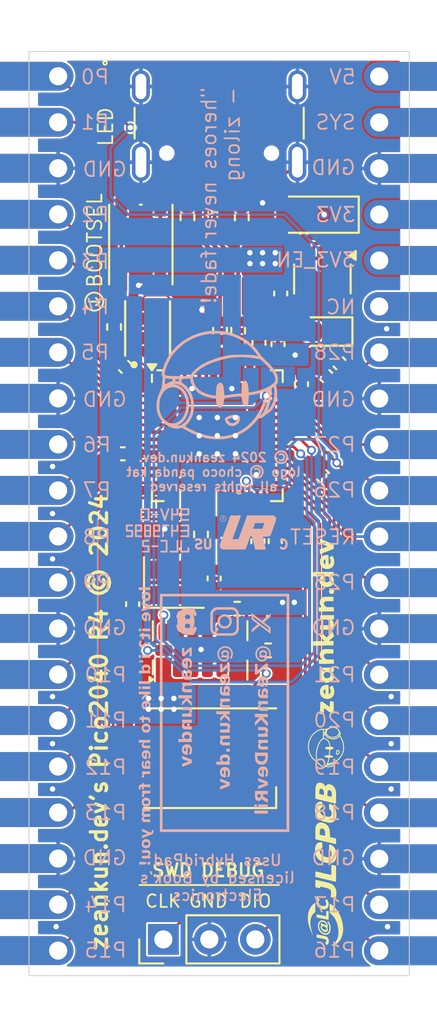
<source format=kicad_pcb>
(kicad_pcb (version 20241229) (generator "pcbnew") (generator_version "9.0")
  (layers (0 "F.Cu" signal) (2 "B.Cu" signal) (13 "F.Paste" user) (15 "B.Paste" user) (5 "F.SilkS" user "F.Silkscreen") (7 "B.SilkS" user "B.Silkscreen") (1 "F.Mask" user) (3 "B.Mask" user) (25 "Edge.Cuts" user))
  (net 0 "")
  (net 1 "GND")
  (net 2 "+3V3")
  (net 3 "+1V1")
  (net 4 "/XO")
  (net 5 "/XI")
  (net 6 "Net-(U3-BP)")
  (net 7 "VBUS")
  (net 8 "SYS")
  (net 10 "/NEOPIXEL_DIN")
  (net 11 "/P25")
  (net 13 "/USB_DM")
  (net 14 "/USB_DP")
  (net 16 "Net-(J1-CC1)")
  (net 17 "Net-(J1-CC2)")
  (net 18 "/DEBUG_DAT")
  (net 19 "/DEBUG_CLK")
  (net 20 "/P4")
  (net 21 "/P0")
  (net 22 "/P13")
  (net 23 "/P2")
  (net 24 "/P10")
  (net 25 "/P14")
  (net 26 "/P9")
  (net 27 "/P15")
  (net 28 "/P11")
  (net 29 "/P6")
  (net 30 "/P8")
  (net 31 "/P3")
  (net 32 "/P1")
  (net 33 "/P5")
  (net 34 "/P7")
  (net 35 "/P12")
  (net 36 "/RESET")
  (net 37 "/P20")
  (net 38 "/P18")
  (net 39 "/P19")
  (net 40 "/P16")
  (net 41 "/P21")
  (net 42 "/P26")
  (net 43 "/P28")
  (net 44 "/P17")
  (net 45 "Net-(U1-USB_DP)")
  (net 46 "Net-(U1-USB_DM)")
  (net 47 "/FLASH_CS")
  (net 48 "Net-(R3-Pad1)")
  (net 49 "Net-(U1-XOUT)")
  (net 50 "Net-(U4-SDO{slash}ADDR)")
  (net 51 "Net-(U4-~{CS})")
  (net 53 "/FLASH_D1")
  (net 54 "/FLASH_D0")
  (net 55 "/GYRO_SDA")
  (net 56 "/FLASH_D3")
  (net 57 "/FLASH_D2")
  (net 58 "/FLASH_CLK")
  (net 59 "/GYRO_SCL")
  (net 67 "/P27")
  (footprint "Capacitor_SMD:C_0402_1005Metric" (layer "F.Cu") (at 83.9 43.35 90)
    (property "Reference" "C14" (hide yes))
    (property "Value" "470pF")
  )
  (footprint "SMD-TH-Connector:Conn_01x20_2.54mm" (layer "F.Cu") (at 71.61 54.22)
    (property "Reference" "J3" (hide yes))
    (property "Value" "HybridPad_1x20")
  )
  (footprint "Package_DFN_QFN:QFN-56-1EP_7x7mm_P0.4mm_EP3.2x3.2mm" (layer "F.Cu") (at 80.4 51.2)
    (property "Reference" "U1" (hide yes))
    (property "Value" "RP2040")
  )
  (footprint "Resistor_SMD:R_0402_1005Metric" (layer "F.Cu") (at 80.55 45.4 -90)
    (property "Reference" "R1" (hide yes))
    (property "Value" "200")
  )
  (footprint "Package_TO_SOT_SMD:SOT-23-5" (layer "F.Cu") (at 86.2 42.55 -90)
    (property "Reference" "U3" (hide yes))
    (property "Value" "MIC5205-3.3YM5")
  )
  (footprint "LOGO" (layer "F.Cu") (at 86.4 63.2 90)
    (property "Reference" "G***" (hide yes))
    (property "Value" "LOGO" (hide yes))
  )
  (footprint "Capacitor_SMD:C_0402_1005Metric" (layer "F.Cu") (at 75.3 47.4 135)
    (property "Reference" "C1" (hide yes))
    (property "Value" "100n")
  )
  (footprint "Capacitor_SMD:C_0402_1005Metric" (layer "F.Cu") (at 82.7 46.08 90)
    (property "Reference" "C11" (hide yes))
    (property "Value" "1u")
  )
  (footprint "Diode_SMD:D_SOD-123F" (layer "F.Cu") (at 86 39 180)
    (property "Reference" "D1" (hide yes))
    (property "Value" "D_Schottky")
  )
  (footprint "Button_Switch_SMD:SW_Push_1P1T_NO_Vertical_Wuerth_434133025816" (layer "F.Cu") (at 76.175 40.65 -90)
    (property "Reference" "SW1" (hide yes))
    (property "Value" "434133025816")
  )
  (footprint "Resistor_SMD:R_0402_1005Metric" (layer "F.Cu") (at 81.55 45.4 -90)
    (property "Reference" "R2" (hide yes))
    (property "Value" "200")
  )
  (footprint "Capacitor_SMD:C_0402_1005Metric" (layer "F.Cu") (at 85.05 48.35 -90)
    (property "Reference" "C6" (hide yes))
    (property "Value" "100n")
  )
  (footprint "Resistor_SMD:R_0402_1005Metric" (layer "F.Cu") (at 74.7 45.2 -90)
    (property "Reference" "R3" (hide yes))
    (property "Value" "1k")
  )
  (footprint "Capacitor_SMD:C_0402_1005Metric" (layer "F.Cu") (at 86.410589 47.910589 -45)
    (property "Reference" "C7" (hide yes))
    (property "Value" "100n")
  )
  (footprint "Capacitor_SMD:C_0402_1005Metric" (layer "F.Cu") (at 83.75 46.15 90)
    (property "Reference" "C8" (hide yes))
    (property "Value" "1u")
  )
  (footprint "Capacitor_SMD:C_0402_1005Metric" (layer "F.Cu") (at 75.18 52.2 180)
    (property "Reference" "C2" (hide yes))
    (property "Value" "100n")
  )
  (footprint "Capacitor_SMD:C_0402_1005Metric" (layer "F.Cu") (at 87.15 47.2 -45)
    (property "Reference" "C5" (hide yes))
    (property "Value" "100n")
  )
  (footprint "Resistor_SMD:R_0402_1005Metric" (layer "F.Cu") (at 79.5 56.65 90)
    (property "Reference" "R5" (hide yes))
    (property "Value" "1k")
  )
  (footprint "Package_LGA:LGA-14_3x5mm_P0.8mm_LayoutBorder1x6y" (layer "F.Cu") (at 79.45 63.05 90)
    (property "Reference" "U4" (hide yes))
    (property "Value" "ADXL343")
  )
  (footprint "Capacitor_SMD:C_0402_1005Metric" (layer "F.Cu") (at 82.637502 57.025 -90)
    (property "Reference" "C10" (hide yes))
    (property "Value" "100n")
  )
  (footprint "Resistor_SMD:R_0402_1005Metric" (layer "F.Cu") (at 83.199999 63.05 180)
    (property "Reference" "R9" (hide yes))
    (property "Value" "10k")
  )
  (footprint "Resistor_SMD:R_0402_1005Metric" (layer "F.Cu") (at 81.75 39.16 -90)
    (property "Reference" "R6" (hide yes))
    (property "Value" "5.1k")
  )
  (footprint "LED_SMD:LED_0402_1005Metric" (layer "F.Cu") (at 74.2 31.715 -90)
    (property "Reference" "D3" (hide yes))
    (property "Value" "BLUE")
  )
  (footprint "Connector_USB:USB_C_Receptacle_GCT_USB4105-xx-A_16P_TopMnt_Horizontal" (layer "F.Cu") (at 80.5 33 180)
    (property "Reference" "J1" (hide yes))
    (property "Value" "USB_C_Receptacle_USB2.0_16P")
  )
  (footprint "Capacitor_SMD:C_0402_1005Metric" (layer "F.Cu") (at 86.239411 53.439411 -45)
    (property "Reference" "C4" (hide yes))
    (property "Value" "100n")
  )
  (footprint "LOGO" (layer "F.Cu") (at 86.4 74.8 90)
    (property "Reference" "G***" (hide yes))
    (property "Value" "LOGO" (hide yes))
  )
  (footprint "Capacitor_SMD:C_0402_1005Metric" (layer "F.Cu") (at 83.6 57.02 -90)
    (property "Reference" "C9" (hide yes))
    (property "Value" "100n")
  )
  (footprint "Capacitor_SMD:C_0402_1005Metric" (layer "F.Cu") (at 80.225 59.08 -90)
    (property "Reference" "C13" (hide yes))
    (property "Value" "15pF")
  )
  (footprint "8-USON:8-USON-2X3" (layer "F.Cu") (at 76.55 45.23 90)
    (property "Reference" "U2" (hide yes))
    (property "Value" "W25Q32JVSS")
  )
  (footprint "Capacitor_Tantalum_SMD:CP_EIA-1608-08_AVX-J" (layer "F.Cu") (at 86.35 45.45 180)
    (property "Reference" "C15" (hide yes))
    (property "Value" "2.2pF")
  )
  (footprint "Resistor_SMD:R_0402_1005Metric" (layer "F.Cu") (at 81.5 60.75 180)
    (property "Reference" "R8" (hide yes))
    (property "Value" "10k")
  )
  (footprint "Capacitor_SMD:C_0402_1005Metric" (layer "F.Cu") (at 75.725 60.5 -90)
    (property "Reference" "C12" (hide yes))
    (property "Value" "15pF")
  )
  (footprint "LED_SMD:LED_WS2812B_PLCC4_5.0x5.0mm_P3.2mm" (layer "F.Cu") (at 80 69)
    (property "Reference" "D2" (hide yes))
    (property "Value" "WS2812B")
  )
  (footprint "Capacitor_SMD:C_0402_1005Metric" (layer "F.Cu") (at 80.95 56.65 -45)
    (property "Reference" "C3" (hide yes))
    (property "Value" "100n")
  )
  (footprint "Resistor_SMD:R_0402_1005Metric" (layer "F.Cu") (at 78.75 39.15 -90)
    (property "Reference" "R7" (hide yes))
    (property "Value" "5.1k")
  )
  (footprint "Crystal:Crystal_SMD_2520-4Pin_2.5x2.0mm" (layer "F.Cu") (at 78 59.3)
    (property "Reference" "Y1" (hide yes))
    (property "Value" "12MHz")
  )
  (footprint "Connector_PinHeader_2.54mm:PinHeader_1x03_P2.54mm_Vertical" (layer "F.Cu") (at 77.42 79 90)
    (property "Reference" "J2" (hide yes))
    (property "Value" "Conn_01x03")
  )
  (footprint "LOGO" (layer "B.Cu") (at 82.8 61.55 -90)
    (property "Reference" "G***" (hide yes))
    (property "Value" "LOGO" (hide yes))
  )
  (footprint "LOGO" (layer "B.Cu") (at 82.09 56.54 180)
    (property "Reference" "G***" (hide yes))
    (property "Value" "LOGO" (hide yes))
  )
  (footprint "LOGO" (layer "B.Cu") (at 78.7 61.45 -90)
    (property "Reference" "G***" (hide yes))
    (property "Value" "LOGO" (hide yes))
  )
  (footprint "LOGO" (layer "B.Cu") (at 80.4 48.4 180)
    (property "Reference" "G***" (hide yes))
    (property "Value" "LOGO" (hide yes))
  )
  (footprint "SMD-TH-Connector:Conn_01x20_2.54mm" (layer "B.Cu") (at 89.34 54.23 180)
    (property "Reference" "J4" (hide yes))
    (property "Value" "HybridPad_1x20")
  )
  (footprint "LOGO" (layer "B.Cu") (at 80.8 61.45 -90)
    (property "Reference" "G***" (hide yes))
    (property "Value" "LOGO" (hide yes))
  )
  (gr_circle (center 73.6 43.8) (end 74.1 43.8) (stroke (width 0.1)) (fill no) (layer "F.SilkS"))
  (gr_line (start 73.3 43.8) (end 73.9 43.8) (stroke (width 0.1)) (layer "F.SilkS"))
  (gr_line (start 73.9 43.8) (end 73.7 44) (stroke (width 0.1)) (layer "F.SilkS"))
  (gr_line (start 76.1 76) (end 83.8 76) (stroke (width 0.1)) (layer "F.SilkS"))
  (gr_line (start 73.7 43.6) (end 73.9 43.8) (stroke (width 0.1)) (layer "F.SilkS"))
  (gr_line (start 73.9 43.8) (end 73.7 43.6) (stroke (width 0.1)) (layer "F.SilkS"))
  (gr_line (start 77.2 56.75) (end 76.9 56.75) (stroke (width 0.1)) (layer "B.SilkS"))
  (gr_line (start 77.6 57.6) (end 77.6 57) (stroke (width 0.1)) (layer "B.SilkS"))
  (gr_line (start 78.2 57) (end 78.2 57.6) (stroke (width 0.1)) (layer "B.SilkS"))
  (gr_line (start 76.3 57.3) (end 76.6 57.3) (stroke (width 0.1)) (layer "B.SilkS"))
  (gr_line (start 76.7 56.15) (end 76.7 56.75) (stroke (width 0.1)) (layer "B.SilkS"))
  (gr_line (start 78.2 56.15) (end 78.2 56.45) (stroke (width 0.1)) (layer "B.SilkS"))
  (gr_line (start 76.2 56.75) (end 75.9 56.75) (stroke (width 0.1)) (layer "B.SilkS"))
  (gr_line (start 78.8 57.6) (end 78.8 57.4) (stroke (width 0.1)) (layer "B.SilkS"))
  (gr_line (start 78.4 55.85) (end 78.4 55.25) (stroke (width 0.1)) (layer "B.SilkS"))
  (gr_line (start 78.8 56.75) (end 78.4 56.75) (stroke (width 0.1)) (layer "B.SilkS"))
  (gr_line (start 78.8 55.55) (end 78.4 55.55) (stroke (width 0.1)) (layer "B.SilkS"))
  (gr_line (start 77.9 56.15) (end 77.9 56.75) (stroke (width 0.1)) (layer "B.SilkS"))
  (gr_line (start 77.6 57) (end 77.3 57) (stroke (width 0.1)) (layer "B.SilkS"))
  (gr_line (start 76.2 56.45) (end 75.9 56.45) (stroke (width 0.1)) (layer "B.SilkS"))
  (gr_line (start 75.9 56.15) (end 76.2 56.15) (stroke (width 0.1)) (layer "B.SilkS"))
  (gr_line (start 76.6 55.85) (end 76.2 55.85) (stroke (width 0.1)) (layer "B.SilkS"))
  (gr_line (start 78.4 55.25) (end 78.8 55.25) (stroke (width 0.1)) (layer "B.SilkS"))
  (gr_line (start 84.299999 73) (end 77.3 73) (stroke (width 0.15)) (layer "B.SilkS"))
  (gr_line (start 78.4 57) (end 78.4 57.6) (stroke (width 0.1)) (layer "B.SilkS"))
  (gr_line (start 76.9 56.15) (end 77.2 56.15) (stroke (width 0.1)) (layer "B.SilkS"))
  (gr_line (start 78.8 56.15) (end 78.4 56.15) (stroke (width 0.1)) (layer "B.SilkS"))
  (gr_line (start 77.5 55.85) (end 77.3 55.25) (stroke (width 0.1)) (layer "B.SilkS"))
  (gr_line (start 77.1 55.55) (end 76.8 55.55) (stroke (width 0.1)) (layer "B.SilkS"))
  (gr_line (start 76.7 56.45) (end 76.4 56.45) (stroke (width 0.1)) (layer "B.SilkS"))
  (gr_line (start 76.9 56.75) (end 76.9 56.15) (stroke (width 0.1)) (layer "B.SilkS"))
  (gr_line (start 76.2 56.15) (end 76.2 56.45) (stroke (width 0.1)) (layer "B.SilkS"))
  (gr_line (start 77.3 60) (end 84.299999 60) (stroke (width 0.15)) (layer "B.SilkS"))
  (gr_line (start 76.4 56.75) (end 76.4 56.15) (stroke (width 0.1)) (layer "B.SilkS"))
  (gr_line (start 75.9 56.75) (end 75.9 56.15) (stroke (width 0.1)) (layer "B.SilkS"))
  (gr_line (start 78.2 55.25) (end 78.2 55.55) (stroke (width 0.1)) (layer "B.SilkS"))
  (gr_line (start 77.9 55.25) (end 77.9 55.85) (stroke (width 0.1)) (layer "B.SilkS"))
  (gr_line (start 77.2 56.15) (end 77.2 56.45) (stroke (width 0.1)) (layer "B.SilkS"))
  (gr_line (start 77.4 56.15) (end 77.4 56.75) (stroke (width 0.1)) (layer "B.SilkS"))
  (gr_line (start 76.6 55.25) (end 76.6 55.85) (stroke (width 0.1)) (layer "B.SilkS"))
  (gr_line (start 76.3 57) (end 76.3 57.3) (stroke (width 0.1)) (layer "B.SilkS"))
  (gr_line (start 75.7 56.15) (end 75.4 56.15) (stroke (width 0.1)) (layer "B.SilkS"))
  (gr_line (start 76.6 57) (end 76.3 57) (stroke (width 0.1)) (layer "B.SilkS"))
  (gr_line (start 77.3 73) (end 77.3 60) (stroke (width 0.15)) (layer "B.SilkS"))
  (gr_line (start 77.1 57.3) (end 76.8 57.3) (stroke (width 0.1)) (layer "B.SilkS"))
  (gr_line (start 78.8 56.15) (end 78.8 56.75) (stroke (width 0.1)) (layer "B.SilkS"))
  (gr_line (start 75.7 56.75) (end 75.4 56.75) (stroke (width 0.1)) (layer "B.SilkS"))
  (gr_line (start 78.8 56.45) (end 78.4 56.45) (stroke (width 0.1)) (layer "B.SilkS"))
  (gr_line (start 77.2 56.45) (end 76.9 56.45) (stroke (width 0.1)) (layer "B.SilkS"))
  (gr_line (start 77.9 55.55) (end 77.9 55.25) (stroke (width 0.1)) (layer "B.SilkS"))
  (gr_line (start 77.7 55.25) (end 77.5 55.85) (stroke (width 0.1)) (layer "B.SilkS"))
  (gr_line (start 76.6 57.3) (end 76.6 57.6) (stroke (width 0.1)) (layer "B.SilkS"))
  (gr_line (start 76.6 57.6) (end 76.3 57.6) (stroke (width 0.1)) (layer "B.SilkS"))
  (gr_line (start 76.2 55.25) (end 76.6 55.25) (stroke (width 0.1)) (layer "B.SilkS"))
  (gr_line (start 78.8 55.85) (end 78.4 55.85) (stroke (width 0.1)) (layer "B.SilkS"))
  (gr_line (start 76.7 56.75) (end 76.4 56.75) (stroke (width 0.1)) (layer "B.SilkS"))
  (gr_line (start 78.2 57.6) (end 77.8 57.6) (stroke (width 0.1)) (layer "B.SilkS"))
  (gr_line (start 78.2 55.55) (end 77.9 55.55) (stroke (width 0.1)) (layer "B.SilkS"))
  (gr_line (start 77.9 56.45) (end 77.9 56.15) (stroke (width 0.1)) (layer "B.SilkS"))
  (gr_line (start 76.2 55.85) (end 76.2 55.25) (stroke (width 0.1)) (layer "B.SilkS"))
  (gr_line (start 78.4 57.6) (end 78.8 57.6) (stroke (width 0.1)) (layer "B.SilkS"))
  (gr_line (start 84.299999 60) (end 84.299999 73) (stroke (width 0.15)) (layer "B.SilkS"))
  (gr_line (start 78.2 56.45) (end 77.9 56.45) (stroke (width 0.1)) (layer "B.SilkS"))
  (gr_line (start 75.4 56.45) (end 75.7 56.45) (stroke (width 0.1)) (layer "B.SilkS"))
  (gr_line (start 77.7 56.15) (end 77.4 56.15) (stroke (width 0.1)) (layer "B.SilkS"))
  (gr_line (start 76.4 56.15) (end 76.7 56.15) (stroke (width 0.1)) (layer "B.SilkS"))
  (gr_line (start 75.4 56.15) (end 75.4 56.45) (stroke (width 0.1)) (layer "B.SilkS"))
  (gr_line (start 77.6 57.6) (end 77.3 57.6) (stroke (width 0.1)) (layer "B.SilkS"))
  (gr_line (start 75.7 56.45) (end 75.7 56.75) (stroke (width 0.1)) (layer "B.SilkS"))
  (gr_line (start 78.8 55.25) (end 78.8 55.55) (stroke (width 0.1)) (layer "B.SilkS"))
  (gr_rect (start 70 30) (end 91 81) (stroke (width 0.05)) (fill no) (layer "Edge.Cuts"))
  (gr_text "CLK" (at 77.4 77.3 0) (layer "F.SilkS") (effects (font (size 0.7 0.7) (thickness 0.1)) (justify bottom)))
  (gr_text "LED" (at 74.7 35.3 90) (layer "F.SilkS") (effects (font (size 0.8 0.8) (thickness 0.1)) (justify left bottom)))
  (gr_text "SWD DEBUG" (at 79.9 75.6 0) (layer "F.SilkS") (effects (font (size 0.7 0.7) (thickness 0.14) (bold yes)) (justify bottom)))
  (gr_text "BOOTSEL" (at 74.1 43.1 90) (layer "F.SilkS") (effects (font (size 0.8 0.8) (thickness 0.1)) (justify left bottom)))
  (gr_text "zeankun.dev's Pico2040 R4 ©️ 2024" (at 74.4 79.7 90) (layer "F.SilkS") (effects (font (size 0.9 0.9) (thickness 0.18) (bold yes)) (justify left bottom)))
  (gr_text "GND" (at 79.9 77.3 0) (layer "F.SilkS") (effects (font (size 0.7 0.7) (thickness 0.1)) (justify bottom)))
  (gr_text "DIO" (at 82.5 77.3 0) (layer "F.SilkS") (effects (font (size 0.7 0.7) (thickness 0.1)) (justify bottom)))
  (gr_text "SYS" (at 88.1 33.9 0) (layer "B.SilkS") (effects (font (size 0.8 0.8) (thickness 0.1)) (justify left mirror)))
  (gr_text "3V3_EN" (at 88.1 41.5 0) (layer "B.SilkS") (effects (font (size 0.8 0.8) (thickness 0.1)) (justify left mirror)))
  (gr_text "P6" (at 72.9 51.7 0) (layer "B.SilkS") (effects (font (size 0.8 0.8) (thickness 0.1)) (justify right mirror)))
  (gr_text "P3" (at 72.8 41.6 0) (layer "B.SilkS") (effects (font (size 0.8 0.8) (thickness 0.1)) (justify right mirror)))
  (gr_text "P10" (at 73 64.4 0) (layer "B.SilkS") (effects (font (size 0.8 0.8) (thickness 0.1)) (justify right mirror)))
  (gr_text "love it? i'd like to hear from you!" (at 76.8 59.5 90) (layer "B.SilkS") (effects (font (size 0.6 0.6) (thickness 0.15) (bold yes)) (justify left bottom mirror)))
  (gr_text "P20" (at 88.1 66.9 0) (layer "B.SilkS") (effects (font (size 0.8 0.8) (thickness 0.1)) (justify left mirror)))
  (gr_text "P5" (at 72.8 46.6 0) (layer "B.SilkS") (effects (font (size 0.8 0.8) (thickness 0.1)) (justify right mirror)))
  (gr_text "GND" (at 88.1 49.2 0) (layer "B.SilkS") (effects (font (size 0.8 0.8) (thickness 0.1)) (justify left mirror)))
  (gr_text "P28" (at 88.1 46.6 0) (layer "B.SilkS") (effects (font (size 0.8 0.8) (thickness 0.1)) (justify left mirror)))
  (gr_text "GND" (at 72.9 49.2 0) (layer "B.SilkS") (effects (font (size 0.8 0.8) (thickness 0.1)) (justify right mirror)))
  (gr_text "P2" (at 72.8 39 0) (layer "B.SilkS") (effects (font (size 0.8 0.8) (thickness 0.1)) (justify right mirror)))
  (gr_text "P17" (at 88.1 77.1 0) (layer "B.SilkS") (effects (font (size 0.8 0.8) (thickness 0.1)) (justify left mirror)))
  (gr_text "P8" (at 72.9 56.8 0) (layer "B.SilkS") (effects (font (size 0.8 0.8) (thickness 0.1)) (justify right mirror)))
  (gr_text "P21" (at 88.1 64.4 0) (layer "B.SilkS") (effects (font (size 0.8 0.8) (thickness 0.1)) (justify left mirror)))
  (gr_text "3V3" (at 88.1 39 0) (layer "B.SilkS") (effects (font (size 0.8 0.8) (thickness 0.1)) (justify left mirror)))
  (gr_text "P1" (at 72.8 33.9 0) (layer "B.SilkS") (effects (font (size 0.8 0.8) (thickness 0.1)) (justify right mirror)))
  (gr_text "zeankundev" (at 78.7 62.85 90) (layer "B.SilkS") (effects (font (size 0.7 0.7) (thickness 0.14) (bold yes)) (justify left mirror)))
  (gr_text "P25" (at 88.1 59.3 0) (layer "B.SilkS") (effects (font (size 0.8 0.8) (thickness 0.1)) (justify left mirror)))
  (gr_text "GND" (at 88.1 36.4 0) (layer "B.SilkS") (effects (font (size 0.8 0.8) (thickness 0.1)) (justify left mirror)))
  (gr_text "Uses HybridPad\nlicensed by Book's\nElectronics" (at 80.4 75.6 0) (layer "B.SilkS") (effects (font (size 0.6 0.6) (thickness 0.1)) (justify mirror)))
  (gr_text "GND" (at 72.9 74.5 0) (layer "B.SilkS") (effects (font (size 0.8 0.8) (thickness 0.1)) (justify right mirror)))
  (gr_text "P7" (at 72.9 54.2 0) (layer "B.SilkS") (effects (font (size 0.8 0.8) (thickness 0.1)) (justify right mirror)))
  (gr_text "GND" (at 72.9 61.8 0) (layer "B.SilkS") (effects (font (size 0.8 0.8) (thickness 0.1)) (justify right mirror)))
  (gr_text "GND" (at 88.1 61.8 0) (layer "B.SilkS") (effects (font (size 0.8 0.8) (thickness 0.1)) (justify left mirror)))
  (gr_text "C" (at 84.4 57.5 0) (layer "B.SilkS") (effects (font (size 0.5 0.5) (thickness 0.125)) (justify left bottom mirror)))
  (gr_text "P18" (at 88.1 72 0) (layer "B.SilkS") (effects (font (size 0.8 0.8) (thickness 0.1)) (justify left mirror)))
  (gr_text "P26" (at 88.1 54.2 0) (layer "B.SilkS") (effects (font (size 0.8 0.8) (thickness 0.1)) (justify left mirror)))
  (gr_text "P19" (at 88.1 69.5 0) (layer "B.SilkS") (effects (font (size 0.8 0.8) (thickness 0.1)) (justify left mirror)))
  (gr_text "P16" (at 88.1 79.6 0) (layer "B.SilkS") (effects (font (size 0.8 0.8) (thickness 0.1)) (justify left mirror)))
  (gr_text "©️ 2024 zeankun.dev.\nlogo ©️ choco panda kat\nall rights reserved" (at 80.2 54.3 0) (layer "B.SilkS") (effects (font (size 0.5 0.5) (thickness 0.1)) (justify bottom mirror)))
  (gr_text "{dblquote}heroes never fade!{dblquote}\n- zilong" (at 81.7 31.9 90) (layer "B.SilkS") (effects (font (size 0.8 0.8) (thickness 0.1)) (justify left bottom mirror)))
  (gr_text "GND" (at 72.9 36.5 0) (layer "B.SilkS") (effects (font (size 0.8 0.8) (thickness 0.1)) (justify right mirror)))
  (gr_text "RESET" (at 88.1 56.8 0) (layer "B.SilkS") (effects (font (size 0.8 0.8) (thickness 0.1)) (justify left mirror)))
  (gr_text "P11" (at 73 66.9 0) (layer "B.SilkS") (effects (font (size 0.8 0.8) (thickness 0.1)) (justify right mirror)))
  (gr_text "@ZeanKunDevRil" (at 82.899999 62.75 90) (layer "B.SilkS") (effects (font (size 0.7 0.7) (thickness 0.14) (bold yes)) (justify left mirror)))
  (gr_text "US" (at 80.21 57.49 0) (layer "B.SilkS") (effects (font (size 0.5 0.5) (thickness 0.125)) (justify left bottom mirror)))
  (gr_text "P4" (at 72.8 44.1 0) (layer "B.SilkS") (effects (font (size 0.8 0.8) (thickness 0.1)) (justify right mirror)))
  (gr_text "P14" (at 73 77.1 0) (layer "B.SilkS") (effects (font (size 0.8 0.8) (thickness 0.1)) (justify right mirror)))
  (gr_text "NC" (at 88.1 44.1 0) (layer "B.SilkS") (effects (font (size 0.8 0.8) (thickness 0.1)) (justify left mirror)))
  (gr_text "P13" (at 73 72 0) (layer "B.SilkS") (effects (font (size 0.8 0.8) (thickness 0.1)) (justify right mirror)))
  (gr_text "P27" (at 88.1 51.7 0) (layer "B.SilkS") (effects (font (size 0.8 0.8) (thickness 0.1)) (justify left mirror)))
  (gr_text "P0" (at 72.8 31.4 0) (layer "B.SilkS") (effects (font (size 0.8 0.8) (thickness 0.1)) (justify right mirror)))
  (gr_text "GND" (at 88.1 74.5 0) (layer "B.SilkS") (effects (font (size 0.8 0.8) (thickness 0.1)) (justify left mirror)))
  (gr_text "P12" (at 73 69.5 0) (layer "B.SilkS") (effects (font (size 0.8 0.8) (thickness 0.1)) (justify right mirror)))
  (gr_text "5V" (at 88.1 31.4 0) (layer "B.SilkS") (effects (font (size 0.8 0.8) (thickness 0.1)) (justify left mirror)))
  (gr_text "@zeankun.dev" (at 80.8 62.75 90) (layer "B.SilkS") (effects (font (size 0.7 0.7) (thickness 0.14) (bold yes)) (justify left mirror)))
  (gr_text "P15" (at 73 79.6 0) (layer "B.SilkS") (effects (font (size 0.8 0.8) (thickness 0.1)) (justify right mirror)))
  (gr_text "P9" (at 72.9 59.3 0) (layer "B.SilkS") (effects (font (size 0.8 0.8) (thickness 0.1)) (justify right mirror)))
  (segment (start 76.625 58.293554) (end 76.625 58.55) (width 0.15) (layer "F.Cu") (net 1))
  (segment (start 84.245 36.68) (end 84.82 36.105) (width 0.15) (layer "F.Cu") (net 1))
  (segment (start 83.7 36.68) (end 84.245 36.68) (width 0.15) (layer "F.Cu") (net 1))
  (via (at 71.3 58) (size 0.5) (drill 0.3) (layers "F.Cu" "B.Cu") (net 1))
  (via (at 79.55 44.25) (size 0.5) (drill 0.3) (layers "F.Cu" "B.Cu") (net 1))
  (via (at 90 68.2) (size 0.5) (drill 0.3) (layers "F.Cu" "B.Cu") (net 1))
  (via (at 80.4 50.2) (size 0.5) (drill 0.3) (layers "F.Cu" "B.Cu") (net 1))
  (via (at 71.3 68.2) (size 0.5) (drill 0.3) (layers "F.Cu" "B.Cu") (net 1))
  (via (at 79.4 50.2) (size 0.5) (drill 0.3) (layers "F.Cu" "B.Cu") (net 1))
  (via (at 80.4 51.2) (size 0.5) (drill 0.3) (layers "F.Cu" "B.Cu") (net 1))
  (via (at 89.75 45.3) (size 0.5) (drill 0.3) (layers "F.Cu" "B.Cu") (net 1))
  (via (at 90 70.7) (size 0.5) (drill 0.3) (layers "F.Cu" "B.Cu") (net 1))
  (via (at 79.4 52.2) (size 0.5) (drill 0.3) (layers "F.Cu" "B.Cu") (net 1))
  (via (at 81.4 52.2) (size 0.5) (drill 0.3) (layers "F.Cu" "B.Cu") (net 1))
  (via (at 71.5 78.3) (size 0.5) (drill 0.3) (layers "F.Cu" "B.Cu") (net 1))
  (via (at 81.4 50.2) (size 0.5) (drill 0.3) (layers "F.Cu" "B.Cu") (net 1))
  (via (at 90 65.6) (size 0.5) (drill 0.3) (layers "F.Cu" "B.Cu") (net 1))
  (via (at 80.4 52.2) (size 0.5) (drill 0.3) (layers "F.Cu" "B.Cu") (net 1))
  (via (at 71.3 52.9) (size 0.5) (drill 0.3) (layers "F.Cu" "B.Cu") (net 1))
  (via (at 81.4 51.2) (size 0.5) (drill 0.3) (layers "F.Cu" "B.Cu") (net 1))
  (via (at 71.3 65.6) (size 0.5) (drill 0.3) (layers "F.Cu" "B.Cu") (net 1))
  (via (at 77.5 56.35) (size 0.5) (drill 0.3) (layers "F.Cu" "B.Cu") (net 1))
  (via (at 82.9 38.35) (size 0.5) (drill 0.3) (layers "F.Cu" "B.Cu") (net 1))
  (via (at 79.4 51.2) (size 0.5) (drill 0.3) (layers "F.Cu" "B.Cu") (net 1))
  (via (at 89.8 78.3) (size 0.5) (drill 0.3) (layers "F.Cu" "B.Cu") (net 1))
  (via (at 79.5 63) (size 0.5) (drill 0.3) (layers "F.Cu" "B.Cu") (net 1))
  (via (at 71.3 55.5) (size 0.5) (drill 0.3) (layers "F.Cu" "B.Cu") (net 1))
  (via (at 71.3 70.7) (size 0.5) (drill 0.3) (layers "F.Cu" "B.Cu") (net 1))
  (via (at 82.55 53.35) (size 0.5) (drill 0.3) (layers "F.Cu" "B.Cu") (net 2))
  (via (at 79 48.6) (size 0.5) (drill 0.3) (layers "F.Cu" "B.Cu") (net 2))
  (via (at 76.05 42.9) (size 0.5) (drill 0.3) (layers "F.Cu" "B.Cu") (net 2))
  (via (at 84.7 46.75) (size 0.5) (drill 0.3) (layers "F.Cu" "B.Cu") (net 2))
  (via (at 84.65 60.4) (size 0.5) (drill 0.3) (layers "F.Cu" "B.Cu") (net 2))
  (via (at 81.2 48.6) (size 0.5) (drill 0.3) (layers "F.Cu" "B.Cu") (net 2))
  (via (at 84 60.4) (size 0.5) (drill 0.3) (layers "F.Cu" "B.Cu") (net 2))
  (segment (start 79.5 57.159999) (end 78.790001 57.159999) (width 0.15) (layer "F.Cu") (net 4))
  (segment (start 77.5 60) (end 77.125 60) (width 0.15) (layer "F.Cu") (net 4))
  (segment (start 78 59.5) (end 77.5 60) (width 0.15) (layer "F.Cu") (net 4))
  (segment (start 75.745 60) (end 75.725 60.02) (width 0.15) (layer "F.Cu") (net 4))
  (segment (start 78.790001 57.159999) (end 78 57.95) (width 0.15) (layer "F.Cu") (net 4))
  (segment (start 77.125 60) (end 75.745 60) (width 0.15) (layer "F.Cu") (net 4))
  (segment (start 78 57.95) (end 78 59.5) (width 0.15) (layer "F.Cu") (net 4))
  (segment (start 79.802149 56.7) (end 79.2 56.7) (width 0.15) (layer "F.Cu") (net 5))
  (segment (start 80.225 58.6) (end 78.875 58.6) (width 0.15) (layer "F.Cu") (net 5))
  (segment (start 80.225 57.122851) (end 79.802149 56.7) (width 0.15) (layer "F.Cu") (net 5))
  (segment (start 80.225 58.6) (end 80.225 57.122851) (width 0.15) (layer "F.Cu") (net 5))
  (segment (start 78.8 56) (end 79.2 55.6) (width 0.15) (layer "F.Cu") (net 5))
  (segment (start 79.65 55.6) (end 79.8 55.45) (width 0.15) (layer "F.Cu") (net 5))
  (segment (start 79.2 55.6) (end 79.65 55.6) (width 0.15) (layer "F.Cu") (net 5))
  (segment (start 79.8 55.45) (end 79.8 54.6375) (width 0.15) (layer "F.Cu") (net 5))
  (segment (start 78.8 56.3) (end 78.8 56) (width 0.15) (layer "F.Cu") (net 5))
  (segment (start 79.2 56.7) (end 78.8 56.3) (width 0.15) (layer "F.Cu") (net 5))
  (segment (start 85.1075 43.83) (end 85.25 43.6875) (width 0.15) (layer "F.Cu") (net 6))
  (segment (start 83.9 43.83) (end 85.1075 43.83) (width 0.15) (layer "F.Cu") (net 6))
  (via (at 76.6 66.3) (size 0.5) (drill 0.3) (layers "F.Cu" "B.Cu") (net 8))
  (via (at 83.6 41.1) (size 0.5) (drill 0.3) (layers "F.Cu" "B.Cu") (net 8))
  (via (at 83.6 41.7) (size 0.5) (drill 0.3) (layers "F.Cu" "B.Cu") (net 8))
  (via (at 82.2 41.7) (size 0.5) (drill 0.3) (layers "F.Cu" "B.Cu") (net 8))
  (via (at 86.3 39) (size 0.5) (drill 0.3) (layers "F.Cu" "B.Cu") (net 8))
  (via (at 82.9 41.7) (size 0.5) (drill 0.3) (layers "F.Cu" "B.Cu") (net 8))
  (via (at 77.3 66.3) (size 0.5) (drill 0.3) (layers "F.Cu" "B.Cu") (net 8))
  (via (at 78 65.7) (size 0.5) (drill 0.3) (layers "F.Cu" "B.Cu") (net 8))
  (via (at 82.9 41.1) (size 0.5) (drill 0.3) (layers "F.Cu" "B.Cu") (net 8))
  (via (at 82.2 41.1) (size 0.5) (drill 0.3) (layers "F.Cu" "B.Cu") (net 8))
  (via (at 78 66.3) (size 0.5) (drill 0.3) (layers "F.Cu" "B.Cu") (net 8))
  (via (at 77.3 65.7) (size 0.5) (drill 0.3) (layers "F.Cu" "B.Cu") (net 8))
  (via (at 76.6 65.7) (size 0.5) (drill 0.3) (layers "F.Cu" "B.Cu") (net 8))
  (segment (start 82.45 64.975) (end 82.45 67.35) (width 0.15) (layer "F.Cu") (net 10))
  (segment (start 83.8375 49) (end 83.1 49) (width 0.15) (layer "F.Cu") (net 10))
  (segment (start 83.1 64.325) (end 82.45 64.975) (width 0.15) (layer "F.Cu") (net 10))
  (via (at 83.1 64.325) (size 0.5) (drill 0.3) (layers "F.Cu" "B.Cu") (net 10))
  (via (at 83.1 49) (size 0.5) (drill 0.3) (layers "F.Cu" "B.Cu") (net 10))
  (segment (start 78.4 49.65) (end 82.45 49.65) (width 0.15) (layer "B.Cu") (net 10))
  (segment (start 78.700001 64.15) (end 76.9 62.35) (width 0.15) (layer "B.Cu") (net 10))
  (segment (start 82.925 64.15) (end 78.700001 64.15) (width 0.15) (layer "B.Cu") (net 10))
  (segment (start 76.9 51.15) (end 78.4 49.65) (width 0.15) (layer "B.Cu") (net 10))
  (segment (start 82.45 49.65) (end 83.1 49) (width 0.15) (layer "B.Cu") (net 10))
  (segment (start 76.9 62.35) (end 76.9 51.15) (width 0.15) (layer "B.Cu") (net 10))
  (segment (start 83.1 64.325) (end 82.925 64.15) (width 0.15) (layer "B.Cu") (net 10))
  (segment (start 88 53.7) (end 88 58.5) (width 0.15) (layer "F.Cu") (net 11))
  (segment (start 86.298959 51.998959) (end 86.2 51.998959) (width 0.15) (layer "F.Cu") (net 11))
  (segment (start 87 52.7) (end 88 53.7) (width 0.15) (layer "F.Cu") (net 11))
  (segment (start 88 58.5) (end 88.81 59.31) (width 0.15) (layer "F.Cu") (net 11))
  (segment (start 75.6 34.2) (end 74.2 32.8) (width 0.15) (layer "F.Cu") (net 11))
  (segment (start 84.801041 50.6) (end 83.8375 50.6) (width 0.15) (layer "F.Cu") (net 11))
  (segment (start 74.2 32.8) (end 74.2 32.2) (width 0.15) (layer "F.Cu") (net 11))
  (segment (start 87 52.7) (end 86.298959 51.998959) (width 0.15) (layer "F.Cu") (net 11))
  (segment (start 88.81 59.31) (end 89.34 59.31) (width 0.15) (layer "F.Cu") (net 11))
  (segment (start 86.2 51.998959) (end 84.801041 50.6) (width 0.15) (layer "F.Cu") (net 11))
  (via (at 75.6 34.2) (size 0.5) (drill 0.3) (layers "F.Cu" "B.Cu") (net 11))
  (via (at 87 52.7) (size 0.5) (drill 0.3) (layers "F.Cu" "B.Cu") (net 11))
  (segment (start 86 40.9) (end 84.1 39) (width 0.15) (layer "B.Cu") (net 11))
  (segment (start 74.5 35.3) (end 75.6 34.2) (width 0.15) (layer "B.Cu") (net 11))
  (segment (start 74.5 38) (end 74.5 35.3) (width 0.15) (layer "B.Cu") (net 11))
  (segment (start 75.5 39) (end 74.5 38) (width 0.15) (layer "B.Cu") (net 11))
  (segment (start 86 51.246446) (end 86 40.9) (width 0.15) (layer "B.Cu") (net 11))
  (segment (start 87 52.246446) (end 86 51.246446) (width 0.15) (layer "B.Cu") (net 11))
  (segment (start 84.1 39) (end 75.5 39) (width 0.15) (layer "B.Cu") (net 11))
  (segment (start 87 52.7) (end 87 52.246446) (width 0.15) (layer "B.Cu") (net 11))
  (segment (start 80.25 36.68) (end 80.25 37.254999) (width 0.15) (layer "F.Cu") (net 13))
  (segment (start 80.525001 37.53) (end 80.995 37.53) (width 0.15) (layer "F.Cu") (net 13))
  (segment (start 81.55 44.89) (end 81.55 41.6) (width 0.2) (layer "F.Cu") (net 13))
  (segment (start 80.25 37.254999) (end 80.525001 37.53) (width 0.15) (layer "F.Cu") (net 13))
  (segment (start 80.25 40.3) (end 80.25 36.68) (width 0.2) (layer "F.Cu") (net 13))
  (segment (start 81.25 37.275) (end 81.25 36.68) (width 0.15) (layer "F.Cu") (net 13))
  (segment (start 80.995 37.53) (end 81.25 37.275) (width 0.15) (layer "F.Cu") (net 13))
  (segment (start 81.55 41.6) (end 80.25 40.3) (width 0.2) (layer "F.Cu") (net 13))
  (segment (start 79.75 36.68) (end 79.75 36.105001) (width 0.15) (layer "F.Cu") (net 14))
  (segment (start 79.75 36.105001) (end 80.055001 35.8) (width 0.15) (layer "F.Cu") (net 14))
  (segment (start 80.55 44.89) (end 80.55 41.45) (width 0.2) (layer "F.Cu") (net 14))
  (segment (start 80.55 41.45) (end 79.75 40.65) (width 0.2) (layer "F.Cu") (net 14))
  (segment (start 80.055001 35.8) (end 80.444999 35.8) (width 0.15) (layer "F.Cu") (net 14))
  (segment (start 80.75 36.105001) (end 80.75 36.68) (width 0.15) (layer "F.Cu") (net 14))
  (segment (start 80.444999 35.8) (end 80.75 36.105001) (width 0.15) (layer "F.Cu") (net 14))
  (segment (start 79.75 40.65) (end 79.75 36.68) (width 0.2) (layer "F.Cu") (net 14))
  (segment (start 81.75 38.65) (end 81.75 36.68) (width 0.2) (layer "F.Cu") (net 16))
  (segment (start 78.75 38.64) (end 78.75 36.68) (width 0.2) (layer "F.Cu") (net 17))
  (segment (start 85.505 75.995) (end 85.505 56.312108) (width 0.15) (layer "F.Cu") (net 18))
  (segment (start 82.555416 55.75) (end 81.8 54.994584) (width 0.15) (layer "F.Cu") (net 18))
  (segment (start 81.8 54.994584) (end 81.8 54.6375) (width 0.15) (layer "F.Cu") (net 18))
  (segment (start 82.5 79) (end 85.505 75.995) (width 0.15) (layer "F.Cu") (net 18))
  (segment (start 85.505 56.312108) (end 84.942892 55.75) (width 0.15) (layer "F.Cu") (net 18))
  (segment (start 84.942892 55.75) (end 82.555416 55.75) (width 0.15) (layer "F.Cu") (net 18))
  (segment (start 77.42 78.98) (end 77.42 79) (width 0.15) (layer "F.Cu") (net 19))
  (segment (start 81.4 55.4) (end 82 56) (width 0.15) (layer "F.Cu") (net 19))
  (segment (start 85.255 71.145) (end 77.42 78.98) (width 0.15) (layer "F.Cu") (net 19))
  (segment (start 84.839338 56) (end 85.255 56.415662) (width 0.15) (layer "F.Cu") (net 19))
  (segment (start 85.255 56.415662) (end 85.255 71.145) (width 0.15) (layer "F.Cu") (net 19))
  (segment (start 82 56) (end 84.839338 56) (width 0.15) (layer "F.Cu") (net 19))
  (segment (start 81.4 54.6375) (end 81.4 55.4) (width 0.15) (layer "F.Cu") (net 19))
  (segment (start 72.8 45.25) (end 72.8 47.346446) (width 0.15) (layer "F.Cu") (net 20))
  (segment (start 71.61 44.06) (end 72.8 45.25) (width 0.15) (layer "F.Cu") (net 20))
  (segment (start 76.053554 50.6) (end 76.9625 50.6) (width 0.15) (layer "F.Cu") (net 20))
  (segment (start 72.8 47.346446) (end 76.053554 50.6) (width 0.15) (layer "F.Cu") (net 20))
  (segment (start 73.8 33.55) (end 71.61 31.36) (width 0.15) (layer "F.Cu") (net 21))
  (segment (start 73.8 46.9) (end 73.8 33.55) (width 0.15) (layer "F.Cu") (net 21))
  (segment (start 75.9 49) (end 73.8 46.9) (width 0.15) (layer "F.Cu") (net 21))
  (segment (start 76.9625 49) (end 75.9 49) (width 0.15) (layer "F.Cu") (net 21))
  (segment (start 77.975 55.3) (end 74.83777 55.3) (width 0.15) (layer "F.Cu") (net 22))
  (segment (start 74.15 70.05) (end 72.2 72) (width 0.15) (layer "F.Cu") (net 22))
  (segment (start 72.2 72) (end 70.575 72) (width 0.15) (layer "F.Cu") (net 22))
  (segment (start 78.2 55.075) (end 77.975 55.3) (width 0.15) (layer "F.Cu") (net 22))
  (segment (start 74.15 55.98777) (end 74.15 70.05) (width 0.15) (layer "F.Cu") (net 22))
  (segment (start 74.83777 55.3) (end 74.15 55.98777) (width 0.15) (layer "F.Cu") (net 22))
  (segment (start 78.2 54.6375) (end 78.2 55.075) (width 0.15) (layer "F.Cu") (net 22))
  (segment (start 73.3 40.67) (end 73.3 47.139338) (width 0.15) (layer "F.Cu") (net 23))
  (segment (start 75.960662 49.8) (end 76.9625 49.8) (width 0.15) (layer "F.Cu") (net 23))
  (segment (start 73.3 47.139338) (end 75.960662 49.8) (width 0.15) (layer "F.Cu") (net 23))
  (segment (start 71.61 38.98) (end 73.3 40.67) (width 0.15) (layer "F.Cu") (net 23))
  (segment (start 73.273554 62.716446) (end 71.61 64.38) (width 0.15) (layer "F.Cu") (net 24))
  (segment (start 75.677108 53.4) (end 73.273554 55.803554) (width 0.15) (layer "F.Cu") (net 24))
  (segment (start 76.9625 53.4) (end 75.677108 53.4) (width 0.15) (layer "F.Cu") (net 24))
  (segment (start 73.273554 55.803554) (end 73.273554 62.716446) (width 0.15) (layer "F.Cu") (net 24))
  (segment (start 74.941324 55.55) (end 74.4 56.091324) (width 0.15) (layer "F.Cu") (net 25))
  (segment (start 78.6 54.6375) (end 78.6 55.075) (width 0.15) (layer "F.Cu") (net 25))
  (segment (start 78.6 55.075) (end 78.125 55.55) (width 0.15) (layer "F.Cu") (net 25))
  (segment (start 74.4 74.29) (end 71.61 77.08) (width 0.15) (layer "F.Cu") (net 25))
  (segment (start 78.125 55.55) (end 74.941324 55.55) (width 0.15) (layer "F.Cu") (net 25))
  (segment (start 74.4 56.091324) (end 74.4 74.29) (width 0.15) (layer "F.Cu") (net 25))
  (segment (start 73.023554 57.886446) (end 71.61 59.3) (width 0.15) (layer "F.Cu") (net 26))
  (segment (start 73.023554 55.7) (end 73.023554 57.886446) (width 0.15) (layer "F.Cu") (net 26))
  (segment (start 75.723554 53) (end 73.023554 55.7) (width 0.15) (layer "F.Cu") (net 26))
  (segment (start 76.9625 53) (end 75.723554 53) (width 0.15) (layer "F.Cu") (net 26))
  (segment (start 74.65 56.25) (end 75.1 55.8) (width 0.15) (layer "F.Cu") (net 27))
  (segment (start 75.1 55.8) (end 78.275 55.8) (width 0.15) (layer "F.Cu") (net 27))
  (segment (start 79 55.075) (end 79 54.6375) (width 0.15) (layer "F.Cu") (net 27))
  (segment (start 74.65 76.58) (end 74.65 56.25) (width 0.15) (layer "F.Cu") (net 27))
  (segment (start 71.61 79.62) (end 74.65 76.58) (width 0.15) (layer "F.Cu") (net 27))
  (segment (start 78.275 55.8) (end 79 55.075) (width 0.15) (layer "F.Cu") (net 27))
  (segment (start 75.630662 53.8) (end 73.565331 55.865331) (width 0.15) (layer "F.Cu") (net 28))
  (segment (start 76.9625 53.8) (end 75.630662 53.8) (width 0.15) (layer "F.Cu") (net 28))
  (segment (start 73.565331 64.964669) (end 71.61 66.92) (width 0.15) (layer "F.Cu") (net 28))
  (segment (start 73.565331 55.865331) (end 73.565331 64.964669) (width 0.15) (layer "F.Cu") (net 28))
  (segment (start 76.9625 51.4) (end 71.89 51.4) (width 0.15) (layer "F.Cu") (net 29))
  (segment (start 71.89 51.4) (end 71.61 51.68) (width 0.15) (layer "F.Cu") (net 29))
  (segment (start 75.62 52.75) (end 71.61 56.76) (width 0.15) (layer "F.Cu") (net 30))
  (segment (start 76.9625 52.6) (end 76.25 52.6) (width 0.15) (layer "F.Cu") (net 30))
  (segment (start 76.25 52.6) (end 76.1 52.75) (width 0.15) (layer "F.Cu") (net 30))
  (segment (start 76.1 52.75) (end 75.62 52.75) (width 0.15) (layer "F.Cu") (net 30))
  (segment (start 73.05 47.242892) (end 73.05 42.3) (width 0.15) (layer "F.Cu") (net 31))
  (segment (start 76.9625 50.2) (end 76.007108 50.2) (width 0.15) (layer "F.Cu") (net 31))
  (segment (start 73.05 42.3) (end 72.27 41.52) (width 0.15) (layer "F.Cu") (net 31))
  (segment (start 72.27 41.52) (end 71.61 41.52) (width 0.15) (layer "F.Cu") (net 31))
  (segment (start 76.007108 50.2) (end 73.05 47.242892) (width 0.15) (layer "F.Cu") (net 31))
  (segment (start 75.914216 49.4) (end 73.55 47.035784) (width 0.15) (layer "F.Cu") (net 32))
  (segment (start 73.55 34.9) (end 72.55 33.9) (width 0.15) (layer "F.Cu") (net 32))
  (segment (start 73.55 47.035784) (end 73.55 34.9) (width 0.15) (layer "F.Cu") (net 32))
  (segment (start 76.9625 49.4) (end 75.914216 49.4) (width 0.15) (layer "F.Cu") (net 32))
  (segment (start 72.55 33.9) (end 71.61 33.9) (width 0.15) (layer "F.Cu") (net 32))
  (segment (start 71.61 46.6) (end 71.7 46.6) (width 0.15) (layer "F.Cu") (net 33))
  (segment (start 71.7 46.6) (end 76.1 51) (width 0.15) (layer "F.Cu") (net 33))
  (segment (start 76.1 51) (end 76.9625 51) (width 0.15) (layer "F.Cu") (net 33))
  (segment (start 76.4 51.8) (end 76.3 51.7) (width 0.15) (layer "F.Cu") (net 34))
  (segment (start 76.9625 51.8) (end 76.4 51.8) (width 0.15) (layer "F.Cu") (net 34))
  (segment (start 76.3 51.7) (end 74.13 51.7) (width 0.15) (layer "F.Cu") (net 34))
  (segment (start 74.13 51.7) (end 71.61 54.22) (width 0.15) (layer "F.Cu") (net 34))
  (segment (start 75.146716 54.6375) (end 77.8 54.6375) (width 0.15) (layer "F.Cu") (net 35))
  (segment (start 71.61 69.46) (end 73.9 67.17) (width 0.15) (layer "F.Cu") (net 35))
  (segment (start 73.9 55.884216) (end 75.146716 54.6375) (width 0.15) (layer "F.Cu") (net 35))
  (segment (start 73.9 67.17) (end 73.9 55.884216) (width 0.15) (layer "F.Cu") (net 35))
  (segment (start 82.2 53.9) (end 82 53.7) (width 0.15) (layer "F.Cu") (net 36))
  (segment (start 82.2 54.6375) (end 82.2 53.9) (width 0.15) (layer "F.Cu") (net 36))
  (via (at 82 53.7) (size 0.5) (drill 0.3) (layers "F.Cu" "B.Cu") (net 36))
  (segment (start 85.8 51.4) (end 86.3 51.9) (width 0.15) (layer "B.Cu") (net 36))
  (segment (start 82 53.7) (end 82.5 54.2) (width 0.15) (layer "B.Cu") (net 36))
  (segment (start 82.5 54.2) (end 84 54.2) (width 0.15) (layer "B.Cu") (net 36))
  (segment (start 84.4 53.8) (end 84.4 51.8) (width 0.15) (layer "B.Cu") (net 36))
  (segment (start 86.3 55.5) (end 87.57 56.77) (width 0.15) (layer "B.Cu") (net 36))
  (segment (start 87.57 56.77) (end 89.34 56.77) (width 0.15) (layer "B.Cu") (net 36))
  (segment (start 86.3 51.9) (end 86.3 55.5) (width 0.15) (layer "B.Cu") (net 36))
  (segment (start 84.4 51.8) (end 84.8 51.4) (width 0.15) (layer "B.Cu") (net 36))
  (segment (start 84 54.2) (end 84.4 53.8) (width 0.15) (layer "B.Cu") (net 36))
  (segment (start 84.8 51.4) (end 85.8 51.4) (width 0.15) (layer "B.Cu") (net 36))
  (segment (start 84.321446 53) (end 86.85 55.528554) (width 0.15) (layer "F.Cu") (net 37))
  (segment (start 83.8375 53) (end 84.321446 53) (width 0.15) (layer "F.Cu") (net 37))
  (segment (start 86.85 55.528554) (end 86.85 64.44) (width 0.15) (layer "F.Cu") (net 37))
  (segment (start 86.85 64.44) (end 89.34 66.93) (width 0.15) (layer "F.Cu") (net 37))
  (segment (start 86.310723 67.869581) (end 86.3 67.880304) (width 0.15) (layer "F.Cu") (net 38))
  (segment (start 84.321446 53.8) (end 86.310723 55.789277) (width 0.15) (layer "F.Cu") (net 38))
  (segment (start 86.310723 55.789277) (end 86.310723 67.869581) (width 0.15) (layer "F.Cu") (net 38))
  (segment (start 83.8375 53.8) (end 84.321446 53.8) (width 0.15) (layer "F.Cu") (net 38))
  (segment (start 86.3 67.880304) (end 86.3 69.3) (width 0.15) (layer "F.Cu") (net 38))
  (segment (start 86.3 69.3) (end 89.01 72.01) (width 0.15) (layer "F.Cu") (net 38))
  (segment (start 89.01 72.01) (end 89.34 72.01) (width 0.15) (layer "F.Cu") (net 38))
  (segment (start 86.6 55.725) (end 84.275 53.4) (width 0.15) (layer "F.Cu") (net 39))
  (segment (start 86.6 66.73) (end 86.6 55.725) (width 0.15) (layer "F.Cu") (net 39))
  (segment (start 89.34 69.47) (end 86.6 66.73) (width 0.15) (layer "F.Cu") (net 39))
  (segment (start 84.275 53.4) (end 83.8375 53.4) (width 0.15) (layer "F.Cu") (net 39))
  (segment (start 85.8 56.253554) (end 85.046446 55.5) (width 0.15) (layer "F.Cu") (net 40))
  (segment (start 85.8 76.09) (end 85.8 56.253554) (width 0.15) (layer "F.Cu") (net 40))
  (segment (start 89.34 79.63) (end 85.8 76.09) (width 0.15) (layer "F.Cu") (net 40))
  (segment (start 85.046446 55.5) (end 83.025 55.5) (width 0.15) (layer "F.Cu") (net 40))
  (segment (start 83.025 55.5) (end 82.6 55.075) (width 0.15) (layer "F.Cu") (net 40))
  (segment (start 82.6 55.075) (end 82.6 54.6375) (width 0.15) (layer "F.Cu") (net 40))
  (segment (start 89.34 64.34) (end 89.34 64.39) (width 0.15) (layer "F.Cu") (net 41))
  (segment (start 87.1 55.425) (end 87.1 62.1) (width 0.15) (layer "F.Cu") (net 41))
  (segment (start 87.1 62.1) (end 89.34 64.34) (width 0.15) (layer "F.Cu") (net 41))
  (segment (start 83.8375 52.6) (end 84.275 52.6) (width 0.15) (layer "F.Cu") (net 41))
  (segment (start 84.275 52.6) (end 87.1 55.425) (width 0.15) (layer "F.Cu") (net 41))
  (segment (start 86.886446 51.94) (end 87.04 51.94) (width 0.15) (layer "F.Cu") (net 42))
  (segment (start 89.33 54.23) (end 89.34 54.23) (width 0.15) (layer "F.Cu") (net 42))
  (segment (start 87.04 51.94) (end 89.33 54.23) (width 0.15) (layer "F.Cu") (net 42))
  (segment (start 85.146446 50.2) (end 86.886446 51.94) (width 0.15) (layer "F.Cu") (net 42))
  (segment (start 83.8375 50.2) (end 85.146446 50.2) (width 0.15) (layer "F.Cu") (net 42))
  (segment (start 83.8375 49.4) (end 86.5 49.4) (width 0.15) (layer "F.Cu") (net 43))
  (segment (start 89.29 46.61) (end 89.34 46.61) (width 0.15) (layer "F.Cu") (net 43))
  (segment (start 86.5 49.4) (end 89.29 46.61) (width 0.15) (layer "F.Cu") (net 43))
  (segment (start 86.05 73.8) (end 86.05 56.610723) (width 0.15) (layer "F.Cu") (net 44))
  (segment (start 86.05 56.610723) (end 86.060723 56.6) (width 0.15) (layer "F.Cu") (net 44))
  (segment (start 89.34 77.09) (end 86.05 73.8) (width 0.15) (layer "F.Cu") (net 44))
  (segment (start 86.060723 56.060723) (end 84.6375 54.6375) (width 0.15) (layer "F.Cu") (net 44))
  (segment (start 84.6375 54.6375) (end 83 54.6375) (width 0.15) (layer "F.Cu") (net 44))
  (segment (start 86.060723 56.6) (end 86.060723 56.060723) (width 0.15) (layer "F.Cu") (net 44))
  (segment (start 81.4 46.76) (end 80.55 45.91) (width 0.1) (layer "F.Cu") (net 45))
  (segment (start 81.4 47.7625) (end 81.4 46.76) (width 0.1) (layer "F.Cu") (net 45))
  (segment (start 81.8 46.16) (end 81.55 45.91) (width 0.1) (layer "F.Cu") (net 46))
  (segment (start 81.8 47.7625) (end 81.8 46.16) (width 0.1) (layer "F.Cu") (net 46))
  (segment (start 75.49 46.5) (end 74.7 45.71) (width 0.1) (layer "F.Cu") (net 47))
  (segment (start 75.8 46.744999) (end 75.8 46.5) (width 0.1) (layer "F.Cu") (net 47))
  (segment (start 76.817501 47.7625) (end 75.8 46.744999) (width 0.1) (layer "F.Cu") (net 47))
  (segment (start 75.8 46.5) (end 75.49 46.5) (width 0.1) (layer "F.Cu") (net 47))
  (segment (start 77.8 47.7625) (end 76.817501 47.7625) (width 0.1) (layer "F.Cu") (net 47))
  (segment (start 74.7 44.2) (end 75.1 43.8) (width 0.2) (layer "F.Cu") (net 48))
  (segment (start 75.1 43.8) (end 75.1 42.7) (width 0.2) (layer "F.Cu") (net 48))
  (segment (start 75.1 42.7) (end 75.1 38.575) (width 0.2) (layer "F.Cu") (net 48))
  (segment (start 74.7 44.69) (end 74.7 44.2) (width 0.2) (layer "F.Cu") (net 48))
  (segment (start 79.5 56.140001) (end 80.2 55.440001) (width 0.15) (layer "F.Cu") (net 49))
  (segment (start 80.2 55.440001) (end 80.2 54.6375) (width 0.15) (layer "F.Cu") (net 49))
  (segment (start 78.25 61.575001) (end 79.075001 60.75) (width 0.15) (layer "F.Cu") (net 50))
  (segment (start 79.075001 60.75) (end 80.990001 60.75) (width 0.15) (layer "F.Cu") (net 50))
  (segment (start 78.25 62.05) (end 78.25 61.575001) (width 0.15) (layer "F.Cu") (net 50))
  (segment (start 81.450001 63.05) (end 82.69 63.05) (width 0.15) (layer "F.Cu") (net 51))
  (segment (start 78.2 47.325) (end 78.05 47.175) (width 0.1) (layer "F.Cu") (net 53))
  (segment (start 78.2 47.7625) (end 78.2 47.325) (width 0.1) (layer "F.Cu") (net 53))
  (segment (start 76.3 46.775) (end 76.3 46.5) (width 0.1) (layer "F.Cu") (net 53))
  (segment (start 76.7 47.175) (end 76.3 46.775) (width 0.1) (layer "F.Cu") (net 53))
  (segment (start 78.05 47.175) (end 76.7 47.175) (width 0.1) (layer "F.Cu") (net 53))
  (segment (start 79 45.76) (end 77.3 44.06) (width 0.1) (layer "F.Cu") (net 54))
  (segment (start 79 47.7625) (end 79 45.76) (width 0.1) (layer "F.Cu") (net 54))
  (segment (start 83.8375 51.8) (end 84.6 51.8) (width 0.15) (layer "F.Cu") (net 55))
  (segment (start 84.6 51.8) (end 85 52.2) (width 0.15) (layer "F.Cu") (net 55))
  (segment (start 77.45 62.05) (end 77.45 61.1) (width 0.15) (layer "F.Cu") (net 55))
  (via (at 85 52.2) (size 0.5) (drill 0.3) (layers "F.Cu" "B.Cu") (net 55))
  (via (at 77.45 61.1) (size 0.5) (drill 0.3) (layers "F.Cu" "B.Cu") (net 55))
  (segment (start 85.35 55.603553) (end 85.35 52.55) (width 0.15) (layer "B.Cu") (net 55))
  (segment (start 78.803554 63.9) (end 85 63.9) (width 0.15) (layer "B.Cu") (net 55))
  (segment (start 85.75 56.003554) (end 85.35 55.603553) (width 0.15) (layer "B.Cu") (net 55))
  (segment (start 85 63.9) (end 85.75 63.15) (width 0.15) (layer "B.Cu") (net 55))
  (segment (start 85.75 63.15) (end 85.75 56.003554) (width 0.15) (layer "B.Cu") (net 55))
  (segment (start 77.45 61.1) (end 77.45 62.546446) (width 0.15) (layer "B.Cu") (net 55))
  (segment (start 77.45 62.546446) (end 78.803554 63.9) (width 0.15) (layer "B.Cu") (net 55))
  (segment (start 85.35 52.55) (end 85 52.2) (width 0.15) (layer "B.Cu") (net 55))
  (segment (start 76.435 43.465) (end 76.3 43.6) (width 0.1) (layer "F.Cu") (net 56))
  (segment (start 76.3 43.6) (end 76.3 44.06) (width 0.1) (layer "F.Cu") (net 56))
  (segment (start 79.8 45.65284) (end 77.61216 43.465) (width 0.1) (layer "F.Cu") (net 56))
  (segment (start 79.8 47.7625) (end 79.8 45.65284) (width 0.1) (layer "F.Cu") (net 56))
  (segment (start 77.61216 43.465) (end 76.435 43.465) (width 0.1) (layer "F.Cu") (net 56))
  (segment (start 76.895 46.895) (end 76.8 46.8) (width 0.1) (layer "F.Cu") (net 57))
  (segment (start 76.8 46.8) (end 76.8 46.5) (width 0.1) (layer "F.Cu") (net 57))
  (segment (start 78.6 47.7625) (end 78.6 47.325) (width 0.1) (layer "F.Cu") (net 57))
  (segment (start 78.6 47.325) (end 78.17 46.895) (width 0.1) (layer "F.Cu") (net 57))
  (segment (start 78.17 46.895) (end 76.895 46.895) (width 0.1) (layer "F.Cu") (net 57))
  (segment (start 76.8 43.815001) (end 76.8 44.06) (width 0.1) (layer "F.Cu") (net 58))
  (segment (start 77.529318 43.665) (end 76.950001 43.665) (width 0.1) (layer "F.Cu") (net 58))
  (segment (start 76.950001 43.665) (end 76.8 43.815001) (width 0.1) (layer "F.Cu") (net 58))
  (segment (start 79.4 47.7625) (end 79.4 45.535682) (width 0.1) (layer "F.Cu") (net 58))
  (segment (start 79.4 45.535682) (end 77.529318 43.665) (width 0.1) (layer "F.Cu") (net 58))
  (segment (start 85 51.4) (end 85.6 52) (width 0.15) (layer "F.Cu") (net 59))
  (segment (start 83.8375 51.4) (end 85 51.4) (width 0.15) (layer "F.Cu") (net 59))
  (segment (start 77.449999 63.05) (end 76.55 63.05) (width 0.15) (layer "F.Cu") (net 59))
  (via (at 85.6 52) (size 0.5) (drill 0.3) (layers "F.Cu" "B.Cu") (net 59))
  (via (at 76.55 63.05) (size 0.5) (drill 0.3) (layers "F.Cu" "B.Cu") (net 59))
  (segment (start 84.501041 64.8) (end 86 63.301041) (width 0.15) (layer "B.Cu") (net 59))
  (segment (start 76.55 63.05) (end 77.246446 63.05) (width 0.15) (layer "B.Cu") (net 59))
  (segment (start 77.246446 63.05) (end 78.996446 64.8) (width 0.15) (layer "B.Cu") (net 59))
  (segment (start 86 55.9) (end 85.6 55.5) (width 0.15) (layer "B.Cu") (net 59))
  (segment (start 86 63.301041) (end 86 55.9) (width 0.15) (layer "B.Cu") (net 59))
  (segment (start 85.6 55.5) (end 85.6 52) (width 0.15) (layer "B.Cu") (net 59))
  (segment (start 78.996446 64.8) (end 84.501041 64.8) (width 0.15) (layer "B.Cu") (net 59))
  (segment (start 83.8375 49.8) (end 85.1 49.8) (width 0.15) (layer "F.Cu") (net 67))
  (segment (start 86.99 51.69) (end 89.34 51.69) (width 0.15) (layer "F.Cu") (net 67))
  (segment (start 85.1 49.8) (end 86.99 51.69) (width 0.15) (layer "F.Cu") (net 67))
  (zone (net 3) (net_name "+1V1") (layer "F.Cu") (priority 15) (connect_pads yes (clearance 0.1)) (min_thickness 0.1) (fill yes (thermal_gap 0.1) (thermal_bridge_width 0.2))
    (polygon (pts (xy 80.8 55.8) (xy 80.8 55.1) (xy 81.2 55.1) (xy 82.3 56.1) (xy 84.2 56.1) (xy 84.2 57.1) (xy 83.2 57.1) (xy 82.2 57.1)))
  )
  (zone (net 8) (net_name "SYS") (layer "F.Cu") (priority 20) (connect_pads yes (clearance 0.1)) (min_thickness 0.1) (fill yes (thermal_gap 0.1) (thermal_bridge_width 0.2))
    (polygon (pts (xy 84.65 42.35) (xy 81.75 42.35) (xy 81.75 40.7) (xy 84.65 40.7)))
  )
  (zone (net 2) (net_name "+3V3") (layer "F.Cu") (priority 4) (connect_pads yes (clearance 0.1)) (min_thickness 0.1) (fill yes (thermal_gap 0.1) (thermal_bridge_width 0.2))
    (polygon (pts (xy 87.85 46.35) (xy 87.85 43.15) (xy 90.5 43.15) (xy 90.5 40.4) (xy 87.8 40.4) (xy 87.8 42.35) (xy 86.4 42.35) (xy 86.4 46.35)))
  )
  (zone (net 8) (net_name "SYS") (layer "F.Cu") (priority 2) (connect_pads yes (clearance 0.1)) (min_thickness 0.1) (fill yes (thermal_gap 0.1) (thermal_bridge_width 0.2))
    (polygon (pts (xy 85.7 37.6) (xy 85.7 40.1) (xy 88.25 40.1) (xy 88.25 35.1) (xy 90.5 35.1) (xy 90.5 32.6) (xy 86.6 32.6) (xy 86.6 37.6)))
  )
  (zone (net 3) (net_name "+1V1") (layer "F.Cu") (priority 6) (connect_pads yes (clearance 0.1)) (min_thickness 0.1) (fill yes (thermal_gap 0.1) (thermal_bridge_width 0.2))
    (polygon (pts (xy 82.4 47.05) (xy 82.4 49.5) (xy 78.7 49.5) (xy 78.7 52.9) (xy 81.2 52.9) (xy 81.2 55.35) (xy 80.8 55.35) (xy 80.8 53.45) (xy 78.25 53.45) (xy 78.25 49.05) (xy 80 49.05) (xy 80 47.25) (xy 80.4 47.25) (xy 80.4 49.05) (xy 82 49.05) (xy 82 47.05)))
  )
  (zone (net 2) (net_name "+3V3") (layer "F.Cu") (priority 23) (connect_pads yes (clearance 0.1)) (min_thickness 0.1) (fill yes (thermal_gap 0.1) (thermal_bridge_width 0.2))
    (polygon (pts (xy 77 63.45) (xy 77 64.85) (xy 81 64.85) (xy 81 64.55) (xy 77.9 64.55) (xy 77.9 63.45)))
  )
  (zone (net 7) (net_name "VBUS") (layer "F.Cu") (priority 1) (connect_pads yes (clearance 0.1)) (min_thickness 0.2) (fill yes (thermal_gap 0.2) (thermal_bridge_width 0.25))
    (polygon (pts (xy 77.7 35.9) (xy 77.7 37.4) (xy 78.5 37.4) (xy 78.5 35.6) (xy 82.3 35.6) (xy 82.3 37.8) (xy 83.65 37.8) (xy 83.65 40.1) (xy 85.7 40.1) (xy 85.7 37.6) (xy 86.6 37.6) (xy 86.6 32.6) (xy 91 32.6) (xy 91 30.4) (xy 83.6 30.4) (xy 83.6 34.1) (xy 77.7 34.1)))
  )
  (zone (net 3) (net_name "+1V1") (layer "F.Cu") (priority 7) (connect_pads yes (clearance 0.1)) (min_thickness 0.1) (fill yes (thermal_gap 0.1) (thermal_bridge_width 0.2))
    (polygon (pts (xy 82 47.05) (xy 82 46.35) (xy 83.1 46.35) (xy 83.1 47.05)))
  )
  (zone (net 2) (net_name "+3V3") (layer "F.Cu") (priority 22) (connect_pads yes (clearance 0.1)) (min_thickness 0.1) (fill yes (thermal_gap 0.1) (thermal_bridge_width 0.2))
    (polygon (pts (xy 81 63.45) (xy 81 64.85) (xy 84.25 64.85) (xy 84.25 63.45)))
  )
  (zone (net 2) (net_name "+3V3") (layer "F.Cu") (priority 21) (connect_pads yes (clearance 0.1)) (min_thickness 0.1) (fill yes (thermal_gap 0.1) (thermal_bridge_width 0.2))
    (polygon (pts (xy 90.5 40.4) (xy 90.5 37.65) (xy 88.25 37.65) (xy 88.25 40.4)))
  )
  (zone (net 2) (net_name "+3V3") (layer "F.Cu") (priority 1) (connect_pads yes (clearance 0.1)) (min_thickness 0.1) (fill yes (thermal_gap 0.1) (thermal_bridge_width 0.2))
    (polygon (pts (xy 87.85 46.35) (xy 86.35 47.85) (xy 84.6 47.85) (xy 84.8 51) (xy 86.8 52.9) (xy 85.9 53.8) (xy 85.9 54.8) (xy 75.25 54.8) (xy 75.25 46.35)))
  )
  (zone (net 2) (net_name "+3V3") (layer "F.Cu") (priority 16) (connect_pads yes (clearance 0.1)) (min_thickness 0.1) (fill yes (thermal_gap 0.1) (thermal_bridge_width 0.2))
    (polygon (pts (xy 85.1 60.9) (xy 85.1 59.9) (xy 83.2 59.9) (xy 83.2 60.9)))
  )
  (zone (net 2) (net_name "+3V3") (layer "F.Cu") (priority 12) (connect_pads yes (clearance 0.1)) (min_thickness 0.1) (fill yes (thermal_gap 0.1) (thermal_bridge_width 0.2))
    (polygon (pts (xy 80.4 53.55) (xy 80.4 55.65) (xy 80.05 55.65) (xy 80.05 56.9) (xy 80.7 56.9) (xy 81.3 56.3) (xy 80.8 55.8) (xy 80.8 53.55)))
  )
  (zone (net 2) (net_name "+3V3") (layer "F.Cu") (priority 14) (connect_pads yes (clearance 0.1)) (min_thickness 0.1) (fill yes (thermal_gap 0.1) (thermal_bridge_width 0.2))
    (polygon (pts (xy 83.2 60.9) (xy 83.2 63.6) (xy 84.25 63.6) (xy 84.25 60.9)))
  )
  (zone (net 8) (net_name "SYS") (layer "F.Cu") (priority 18) (connect_pads yes (clearance 0.1)) (min_thickness 0.1) (fill yes (thermal_gap 0.1) (thermal_bridge_width 0.2))
    (polygon (pts (xy 78.75 68.1) (xy 75.85 68.1) (xy 75.85 65.4) (xy 78.75 65.4)))
  )
  (zone (net 2) (net_name "+3V3") (layer "F.Cu") (priority 10) (connect_pads yes (clearance 0.1)) (min_thickness 0.1) (fill yes (thermal_gap 0.1) (thermal_bridge_width 0.2))
    (polygon (pts (xy 75.5 44.4) (xy 76.05 44.4) (xy 76.05 43.3) (xy 76.65 43.3) (xy 76.65 42.5) (xy 75.5 42.5)))
  )
  (zone (net 8) (net_name "SYS") (layer "F.Cu") (priority 3) (connect_pads yes (clearance 0.1)) (min_thickness 0.1) (fill yes (thermal_gap 0.1) (thermal_bridge_width 0.2))
    (polygon (pts (xy 88.25 40.1) (xy 88.25 42.35) (xy 86.85 42.35) (xy 86.85 40.4) (xy 85.55 40.4) (xy 85.55 42.35) (xy 84.65 42.35) (xy 84.65 40.1)))
  )
  (zone (net 1) (net_name "GND") (layers "F.Cu" "B.Cu") (connect_pads (clearance 0.1)) (min_thickness 0.1) (fill yes (thermal_gap 0.1) (thermal_bridge_width 0.2))
    (polygon (pts (xy 92 29) (xy 69 29) (xy 69 83) (xy 92 83) (xy 92 30)))
  )
  (zone (net 2) (net_name "+3V3") (layer "B.Cu") (priority 9) (connect_pads (clearance 0.1)) (min_thickness 0.1) (fill yes (thermal_gap 0.1) (thermal_bridge_width 0.2))
    (polygon (pts (xy 81.7 49.2) (xy 78.4 49.2) (xy 78.4 47.95) (xy 81.7 47.95)))
  )
  (zone (net 2) (net_name "+3V3") (layer "B.Cu") (priority 11) (connect_pads (clearance 0.1)) (min_thickness 0.1) (fill yes (thermal_gap 0.1) (thermal_bridge_width 0.2))
    (polygon (pts (xy 80.7 46.1) (xy 80.7 43.5) (xy 75.4 43.5) (xy 75.4 42.2) (xy 81.7 42.2) (xy 81.7 46.1)))
  )
  (zone (net 2) (net_name "+3V3") (layer "B.Cu") (priority 13) (connect_pads (clearance 0.1)) (min_thickness 0.1) (fill yes (thermal_gap 0.1) (thermal_bridge_width 0.2))
    (polygon (pts (xy 78.4 62.2) (xy 80.3 62.2) (xy 80.3 54.2) (xy 83.6 54.2) (xy 83.6 48.5) (xy 84.7 48.5) (xy 84.7 47.4) (xy 82.8 47.4) (xy 82.8 52.7) (xy 78.4 52.7)))
  )
  (zone (net 2) (net_name "+3V3") (layer "B.Cu") (priority 8) (connect_pads (clearance 0.1)) (min_thickness 0.1) (fill yes (thermal_gap 0.1) (thermal_bridge_width 0.2))
    (polygon (pts (xy 80.7 49.2) (xy 81.7 49.2) (xy 81.7 47.35) (xy 85.45 47.35) (xy 85.45 46.1) (xy 80.7 46.1)))
  )
  (zone (net 8) (net_name "SYS") (layer "B.Cu") (priority 19) (connect_pads (clearance 0.1)) (min_thickness 0.1) (fill yes (thermal_gap 0.1) (thermal_bridge_width 0.2))
    (polygon (pts (xy 79.2 67.1) (xy 79.2 64.8) (xy 76.25 64.8) (xy 76.25 43.5) (xy 75.4 43.5) (xy 75.4 42.2) (xy 84 42.2) (xy 84 40.8) (xy 73.9 40.8) (xy 73.9 67.1)))
  )
  (zone (net 2) (net_name "+3V3") (layer "B.Cu") (priority 17) (connect_pads (clearance 0.1)) (min_thickness 0.1) (fill yes (thermal_gap 0.1) (thermal_bridge_width 0.2))
    (polygon (pts (xy 85.3 59.7) (xy 85.3 61.1) (xy 80.3 61.1) (xy 80.3 59.7)))
  )
)
</source>
